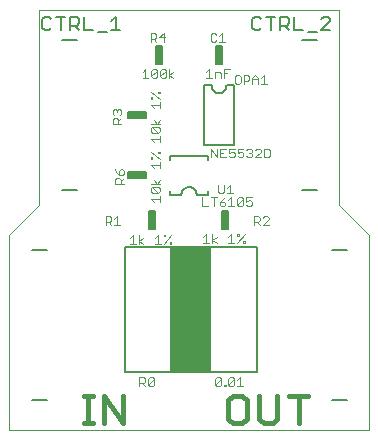
<source format=gto>
G75*
%MOIN*%
%OFA0B0*%
%FSLAX24Y24*%
%IPPOS*%
%LPD*%
%AMOC8*
5,1,8,0,0,1.08239X$1,22.5*
%
%ADD10C,0.0000*%
%ADD11C,0.0050*%
%ADD12C,0.0030*%
%ADD13C,0.0080*%
%ADD14C,0.0170*%
D10*
X000160Y000660D02*
X000160Y007160D01*
X001160Y008160D01*
X001160Y014660D01*
X011160Y014660D01*
X011160Y008160D01*
X012160Y007160D01*
X012160Y000660D01*
X000160Y000660D01*
D11*
X004012Y002609D02*
X008410Y002609D01*
X008410Y006760D01*
X004012Y006760D01*
X004012Y002609D01*
X005560Y002610D02*
X006860Y002610D01*
X006860Y006760D01*
X005560Y006760D01*
X005560Y002610D01*
X005560Y002649D02*
X006860Y002649D01*
X006860Y002697D02*
X005560Y002697D01*
X005560Y002746D02*
X006860Y002746D01*
X006860Y002794D02*
X005560Y002794D01*
X005560Y002843D02*
X006860Y002843D01*
X006860Y002891D02*
X005560Y002891D01*
X005560Y002940D02*
X006860Y002940D01*
X006860Y002988D02*
X005560Y002988D01*
X005560Y003037D02*
X006860Y003037D01*
X006860Y003085D02*
X005560Y003085D01*
X005560Y003134D02*
X006860Y003134D01*
X006860Y003182D02*
X005560Y003182D01*
X005560Y003231D02*
X006860Y003231D01*
X006860Y003279D02*
X005560Y003279D01*
X005560Y003328D02*
X006860Y003328D01*
X006860Y003376D02*
X005560Y003376D01*
X005560Y003425D02*
X006860Y003425D01*
X006860Y003473D02*
X005560Y003473D01*
X005560Y003522D02*
X006860Y003522D01*
X006860Y003570D02*
X005560Y003570D01*
X005560Y003619D02*
X006860Y003619D01*
X006860Y003667D02*
X005560Y003667D01*
X005560Y003716D02*
X006860Y003716D01*
X006860Y003764D02*
X005560Y003764D01*
X005560Y003813D02*
X006860Y003813D01*
X006860Y003861D02*
X005560Y003861D01*
X005560Y003910D02*
X006860Y003910D01*
X006860Y003958D02*
X005560Y003958D01*
X005560Y004007D02*
X006860Y004007D01*
X006860Y004055D02*
X005560Y004055D01*
X005560Y004104D02*
X006860Y004104D01*
X006860Y004152D02*
X005560Y004152D01*
X005560Y004201D02*
X006860Y004201D01*
X006860Y004249D02*
X005560Y004249D01*
X005560Y004298D02*
X006860Y004298D01*
X006860Y004346D02*
X005560Y004346D01*
X005560Y004395D02*
X006860Y004395D01*
X006860Y004443D02*
X005560Y004443D01*
X005560Y004492D02*
X006860Y004492D01*
X006860Y004540D02*
X005560Y004540D01*
X005560Y004589D02*
X006860Y004589D01*
X006860Y004637D02*
X005560Y004637D01*
X005560Y004686D02*
X006860Y004686D01*
X006860Y004734D02*
X005560Y004734D01*
X005560Y004783D02*
X006860Y004783D01*
X006860Y004831D02*
X005560Y004831D01*
X005560Y004880D02*
X006860Y004880D01*
X006860Y004928D02*
X005560Y004928D01*
X005560Y004977D02*
X006860Y004977D01*
X006860Y005025D02*
X005560Y005025D01*
X005560Y005074D02*
X006860Y005074D01*
X006860Y005122D02*
X005560Y005122D01*
X005560Y005171D02*
X006860Y005171D01*
X006860Y005219D02*
X005560Y005219D01*
X005560Y005268D02*
X006860Y005268D01*
X006860Y005316D02*
X005560Y005316D01*
X005560Y005365D02*
X006860Y005365D01*
X006860Y005413D02*
X005560Y005413D01*
X005560Y005462D02*
X006860Y005462D01*
X006860Y005510D02*
X005560Y005510D01*
X005560Y005559D02*
X006860Y005559D01*
X006860Y005607D02*
X005560Y005607D01*
X005560Y005656D02*
X006860Y005656D01*
X006860Y005704D02*
X005560Y005704D01*
X005560Y005753D02*
X006860Y005753D01*
X006860Y005801D02*
X005560Y005801D01*
X005560Y005850D02*
X006860Y005850D01*
X006860Y005898D02*
X005560Y005898D01*
X005560Y005947D02*
X006860Y005947D01*
X006860Y005995D02*
X005560Y005995D01*
X005560Y006044D02*
X006860Y006044D01*
X006860Y006092D02*
X005560Y006092D01*
X005560Y006141D02*
X006860Y006141D01*
X006860Y006189D02*
X005560Y006189D01*
X005560Y006238D02*
X006860Y006238D01*
X006860Y006286D02*
X005560Y006286D01*
X005560Y006335D02*
X006860Y006335D01*
X006860Y006383D02*
X005560Y006383D01*
X005560Y006432D02*
X006860Y006432D01*
X006860Y006480D02*
X005560Y006480D01*
X005560Y006529D02*
X006860Y006529D01*
X006860Y006577D02*
X005560Y006577D01*
X005560Y006626D02*
X006860Y006626D01*
X006860Y006674D02*
X005560Y006674D01*
X005560Y006723D02*
X006860Y006723D01*
X007260Y007360D02*
X007260Y007960D01*
X007460Y007960D01*
X007460Y007360D01*
X007260Y007360D01*
X007260Y007402D02*
X007460Y007402D01*
X007460Y007450D02*
X007260Y007450D01*
X007260Y007499D02*
X007460Y007499D01*
X007460Y007547D02*
X007260Y007547D01*
X007260Y007596D02*
X007460Y007596D01*
X007460Y007644D02*
X007260Y007644D01*
X007260Y007693D02*
X007460Y007693D01*
X007460Y007741D02*
X007260Y007741D01*
X007260Y007790D02*
X007460Y007790D01*
X007460Y007838D02*
X007260Y007838D01*
X007260Y007887D02*
X007460Y007887D01*
X007460Y007935D02*
X007260Y007935D01*
X006800Y008520D02*
X006416Y008520D01*
X006414Y008551D01*
X006409Y008581D01*
X006399Y008611D01*
X006387Y008639D01*
X006371Y008665D01*
X006352Y008690D01*
X006330Y008712D01*
X006305Y008731D01*
X006279Y008747D01*
X006251Y008759D01*
X006221Y008769D01*
X006191Y008774D01*
X006160Y008776D01*
X006129Y008774D01*
X006099Y008769D01*
X006069Y008759D01*
X006041Y008747D01*
X006015Y008731D01*
X005990Y008712D01*
X005968Y008690D01*
X005949Y008665D01*
X005933Y008639D01*
X005921Y008611D01*
X005911Y008581D01*
X005906Y008551D01*
X005904Y008520D01*
X005520Y008520D01*
X005520Y008648D01*
X005010Y007960D02*
X004810Y007960D01*
X004810Y007360D01*
X005010Y007360D01*
X005010Y007960D01*
X005010Y007935D02*
X004810Y007935D01*
X004810Y007887D02*
X005010Y007887D01*
X005010Y007838D02*
X004810Y007838D01*
X004810Y007790D02*
X005010Y007790D01*
X005010Y007741D02*
X004810Y007741D01*
X004810Y007693D02*
X005010Y007693D01*
X005010Y007644D02*
X004810Y007644D01*
X004810Y007596D02*
X005010Y007596D01*
X005010Y007547D02*
X004810Y007547D01*
X004810Y007499D02*
X005010Y007499D01*
X005010Y007450D02*
X004810Y007450D01*
X004810Y007402D02*
X005010Y007402D01*
X006160Y006760D02*
X006160Y002610D01*
X006800Y008520D02*
X006800Y008648D01*
X006800Y009672D02*
X006800Y009800D01*
X005520Y009800D01*
X005520Y009672D01*
X004710Y009260D02*
X004710Y009060D01*
X004110Y009060D01*
X004110Y009260D01*
X004710Y009260D01*
X004710Y009245D02*
X004110Y009245D01*
X004110Y009196D02*
X004710Y009196D01*
X004710Y009148D02*
X004110Y009148D01*
X004110Y009099D02*
X004710Y009099D01*
X004710Y011060D02*
X004110Y011060D01*
X004110Y011260D01*
X004710Y011260D01*
X004710Y011060D01*
X004710Y011088D02*
X004110Y011088D01*
X004110Y011136D02*
X004710Y011136D01*
X004710Y011185D02*
X004110Y011185D01*
X004110Y011233D02*
X004710Y011233D01*
X005060Y012860D02*
X005060Y013460D01*
X005260Y013460D01*
X005260Y012860D01*
X005060Y012860D01*
X005060Y012882D02*
X005260Y012882D01*
X005260Y012931D02*
X005060Y012931D01*
X005060Y012979D02*
X005260Y012979D01*
X005260Y013028D02*
X005060Y013028D01*
X005060Y013076D02*
X005260Y013076D01*
X005260Y013125D02*
X005060Y013125D01*
X005060Y013173D02*
X005260Y013173D01*
X005260Y013222D02*
X005060Y013222D01*
X005060Y013270D02*
X005260Y013270D01*
X005260Y013319D02*
X005060Y013319D01*
X005060Y013367D02*
X005260Y013367D01*
X005260Y013416D02*
X005060Y013416D01*
X003876Y014005D02*
X003576Y014005D01*
X003726Y014005D02*
X003726Y014455D01*
X003576Y014305D01*
X003416Y013930D02*
X003115Y013930D01*
X002955Y014005D02*
X002655Y014005D01*
X002655Y014455D01*
X002495Y014380D02*
X002495Y014230D01*
X002420Y014155D01*
X002195Y014155D01*
X002195Y014005D02*
X002195Y014455D01*
X002420Y014455D01*
X002495Y014380D01*
X002345Y014155D02*
X002495Y014005D01*
X002034Y014455D02*
X001734Y014455D01*
X001884Y014455D02*
X001884Y014005D01*
X001574Y014080D02*
X001499Y014005D01*
X001349Y014005D01*
X001274Y014080D01*
X001274Y014380D01*
X001349Y014455D01*
X001499Y014455D01*
X001574Y014380D01*
X006660Y012160D02*
X006660Y010160D01*
X007660Y010160D01*
X007660Y012160D01*
X007410Y012160D01*
X007408Y012130D01*
X007403Y012100D01*
X007394Y012071D01*
X007381Y012044D01*
X007366Y012018D01*
X007347Y011994D01*
X007326Y011973D01*
X007302Y011954D01*
X007276Y011939D01*
X007249Y011926D01*
X007220Y011917D01*
X007190Y011912D01*
X007160Y011910D01*
X007130Y011912D01*
X007100Y011917D01*
X007071Y011926D01*
X007044Y011939D01*
X007018Y011954D01*
X006994Y011973D01*
X006973Y011994D01*
X006954Y012018D01*
X006939Y012044D01*
X006926Y012071D01*
X006917Y012100D01*
X006912Y012130D01*
X006910Y012160D01*
X006660Y012160D01*
X007060Y012860D02*
X007060Y013460D01*
X007260Y013460D01*
X007260Y012860D01*
X007060Y012860D01*
X007060Y012882D02*
X007260Y012882D01*
X007260Y012931D02*
X007060Y012931D01*
X007060Y012979D02*
X007260Y012979D01*
X007260Y013028D02*
X007060Y013028D01*
X007060Y013076D02*
X007260Y013076D01*
X007260Y013125D02*
X007060Y013125D01*
X007060Y013173D02*
X007260Y013173D01*
X007260Y013222D02*
X007060Y013222D01*
X007060Y013270D02*
X007260Y013270D01*
X007260Y013319D02*
X007060Y013319D01*
X007060Y013367D02*
X007260Y013367D01*
X007260Y013416D02*
X007060Y013416D01*
X008274Y014080D02*
X008349Y014005D01*
X008499Y014005D01*
X008574Y014080D01*
X008274Y014080D02*
X008274Y014380D01*
X008349Y014455D01*
X008499Y014455D01*
X008574Y014380D01*
X008734Y014455D02*
X009034Y014455D01*
X008884Y014455D02*
X008884Y014005D01*
X009195Y014005D02*
X009195Y014455D01*
X009420Y014455D01*
X009495Y014380D01*
X009495Y014230D01*
X009420Y014155D01*
X009195Y014155D01*
X009345Y014155D02*
X009495Y014005D01*
X009655Y014005D02*
X009955Y014005D01*
X010115Y013930D02*
X010416Y013930D01*
X010576Y014005D02*
X010876Y014305D01*
X010876Y014380D01*
X010801Y014455D01*
X010651Y014455D01*
X010576Y014380D01*
X010576Y014005D02*
X010876Y014005D01*
X009655Y014005D02*
X009655Y014455D01*
D12*
X008666Y012505D02*
X008666Y012215D01*
X008570Y012215D02*
X008763Y012215D01*
X008570Y012408D02*
X008666Y012505D01*
X008468Y012408D02*
X008468Y012215D01*
X008468Y012360D02*
X008275Y012360D01*
X008275Y012408D02*
X008372Y012505D01*
X008468Y012408D01*
X008275Y012408D02*
X008275Y012215D01*
X008174Y012360D02*
X008125Y012312D01*
X007980Y012312D01*
X007980Y012215D02*
X007980Y012505D01*
X008125Y012505D01*
X008174Y012457D01*
X008174Y012360D01*
X007879Y012263D02*
X007879Y012457D01*
X007831Y012505D01*
X007734Y012505D01*
X007686Y012457D01*
X007686Y012263D01*
X007734Y012215D01*
X007831Y012215D01*
X007879Y012263D01*
X007419Y012560D02*
X007322Y012560D01*
X007221Y012560D02*
X007221Y012415D01*
X007322Y012415D02*
X007322Y012705D01*
X007516Y012705D01*
X007221Y012560D02*
X007173Y012608D01*
X007028Y012608D01*
X007028Y012415D01*
X006927Y012415D02*
X006733Y012415D01*
X006830Y012415D02*
X006830Y012705D01*
X006733Y012608D01*
X006929Y013615D02*
X007025Y013615D01*
X007074Y013663D01*
X007175Y013615D02*
X007368Y013615D01*
X007272Y013615D02*
X007272Y013905D01*
X007175Y013808D01*
X007074Y013857D02*
X007025Y013905D01*
X006929Y013905D01*
X006880Y013857D01*
X006880Y013663D01*
X006929Y013615D01*
X005639Y012608D02*
X005494Y012512D01*
X005639Y012415D01*
X005494Y012415D02*
X005494Y012705D01*
X005393Y012657D02*
X005200Y012463D01*
X005248Y012415D01*
X005345Y012415D01*
X005393Y012463D01*
X005393Y012657D01*
X005345Y012705D01*
X005248Y012705D01*
X005200Y012657D01*
X005200Y012463D01*
X005098Y012463D02*
X005050Y012415D01*
X004953Y012415D01*
X004905Y012463D01*
X005098Y012657D01*
X005098Y012463D01*
X004905Y012463D02*
X004905Y012657D01*
X004953Y012705D01*
X005050Y012705D01*
X005098Y012657D01*
X004804Y012415D02*
X004610Y012415D01*
X004707Y012415D02*
X004707Y012705D01*
X004610Y012608D01*
X004890Y011957D02*
X005180Y011715D01*
X005180Y011614D02*
X005180Y011421D01*
X005180Y011517D02*
X004890Y011517D01*
X004987Y011421D01*
X004938Y011715D02*
X004890Y011715D01*
X004890Y011764D01*
X004938Y011764D01*
X004938Y011715D01*
X005132Y011909D02*
X005132Y011957D01*
X005180Y011957D01*
X005180Y011909D01*
X005132Y011909D01*
X005180Y011025D02*
X005083Y010880D01*
X004987Y011025D01*
X004890Y010880D02*
X005180Y010880D01*
X005132Y010779D02*
X005180Y010731D01*
X005180Y010634D01*
X005132Y010586D01*
X004938Y010779D01*
X005132Y010779D01*
X005132Y010586D02*
X004938Y010586D01*
X004890Y010634D01*
X004890Y010731D01*
X004938Y010779D01*
X005180Y010485D02*
X005180Y010291D01*
X005180Y010388D02*
X004890Y010388D01*
X004987Y010291D01*
X004890Y009957D02*
X005180Y009715D01*
X005180Y009614D02*
X005180Y009421D01*
X005180Y009517D02*
X004890Y009517D01*
X004987Y009421D01*
X004938Y009715D02*
X004890Y009715D01*
X004890Y009764D01*
X004938Y009764D01*
X004938Y009715D01*
X005132Y009909D02*
X005132Y009957D01*
X005180Y009957D01*
X005180Y009909D01*
X005132Y009909D01*
X005180Y009025D02*
X005083Y008880D01*
X004987Y009025D01*
X004890Y008880D02*
X005180Y008880D01*
X005132Y008779D02*
X005180Y008731D01*
X005180Y008634D01*
X005132Y008586D01*
X004938Y008779D01*
X005132Y008779D01*
X004938Y008779D02*
X004890Y008731D01*
X004890Y008634D01*
X004938Y008586D01*
X005132Y008586D01*
X005180Y008485D02*
X005180Y008291D01*
X005180Y008388D02*
X004890Y008388D01*
X004987Y008291D01*
X005120Y007180D02*
X005120Y006890D01*
X005023Y006890D02*
X005217Y006890D01*
X005318Y006890D02*
X005560Y007180D01*
X005366Y007180D02*
X005366Y007132D01*
X005318Y007132D01*
X005318Y007180D01*
X005366Y007180D01*
X005120Y007180D02*
X005023Y007083D01*
X004628Y007083D02*
X004483Y006987D01*
X004628Y006890D01*
X004483Y006890D02*
X004483Y007180D01*
X004285Y007180D02*
X004285Y006890D01*
X004188Y006890D02*
X004382Y006890D01*
X004188Y007083D02*
X004285Y007180D01*
X003868Y007515D02*
X003675Y007515D01*
X003772Y007515D02*
X003772Y007805D01*
X003675Y007708D01*
X003574Y007660D02*
X003525Y007612D01*
X003380Y007612D01*
X003380Y007515D02*
X003380Y007805D01*
X003525Y007805D01*
X003574Y007757D01*
X003574Y007660D01*
X003477Y007612D02*
X003574Y007515D01*
X003690Y008880D02*
X003690Y009025D01*
X003738Y009074D01*
X003835Y009074D01*
X003883Y009025D01*
X003883Y008880D01*
X003980Y008880D02*
X003690Y008880D01*
X003883Y008977D02*
X003980Y009074D01*
X003932Y009175D02*
X003980Y009223D01*
X003980Y009320D01*
X003932Y009368D01*
X003883Y009368D01*
X003835Y009320D01*
X003835Y009175D01*
X003932Y009175D01*
X003835Y009175D02*
X003738Y009272D01*
X003690Y009368D01*
X003615Y010880D02*
X003615Y011025D01*
X003663Y011074D01*
X003760Y011074D01*
X003808Y011025D01*
X003808Y010880D01*
X003905Y010880D02*
X003615Y010880D01*
X003808Y010977D02*
X003905Y011074D01*
X003857Y011175D02*
X003905Y011223D01*
X003905Y011320D01*
X003857Y011368D01*
X003808Y011368D01*
X003760Y011320D01*
X003760Y011272D01*
X003760Y011320D02*
X003712Y011368D01*
X003663Y011368D01*
X003615Y011320D01*
X003615Y011223D01*
X003663Y011175D01*
X004880Y013615D02*
X004880Y013905D01*
X005025Y013905D01*
X005074Y013857D01*
X005074Y013760D01*
X005025Y013712D01*
X004880Y013712D01*
X004977Y013712D02*
X005074Y013615D01*
X005175Y013760D02*
X005368Y013760D01*
X005320Y013615D02*
X005320Y013905D01*
X005175Y013760D01*
X006894Y010055D02*
X007087Y009765D01*
X007087Y010055D01*
X007188Y010055D02*
X007188Y009765D01*
X007382Y009765D01*
X007483Y009813D02*
X007531Y009765D01*
X007628Y009765D01*
X007677Y009813D01*
X007677Y009910D01*
X007628Y009958D01*
X007580Y009958D01*
X007483Y009910D01*
X007483Y010055D01*
X007677Y010055D01*
X007778Y010055D02*
X007778Y009910D01*
X007874Y009958D01*
X007923Y009958D01*
X007971Y009910D01*
X007971Y009813D01*
X007923Y009765D01*
X007826Y009765D01*
X007778Y009813D01*
X007778Y010055D02*
X007971Y010055D01*
X008072Y010007D02*
X008121Y010055D01*
X008217Y010055D01*
X008266Y010007D01*
X008266Y009958D01*
X008217Y009910D01*
X008266Y009862D01*
X008266Y009813D01*
X008217Y009765D01*
X008121Y009765D01*
X008072Y009813D01*
X008169Y009910D02*
X008217Y009910D01*
X008367Y010007D02*
X008415Y010055D01*
X008512Y010055D01*
X008560Y010007D01*
X008560Y009958D01*
X008367Y009765D01*
X008560Y009765D01*
X008662Y009765D02*
X008807Y009765D01*
X008855Y009813D01*
X008855Y010007D01*
X008807Y010055D01*
X008662Y010055D01*
X008662Y009765D01*
X008258Y008430D02*
X008064Y008430D01*
X008064Y008285D01*
X008161Y008333D01*
X008209Y008333D01*
X008258Y008285D01*
X008258Y008188D01*
X008209Y008140D01*
X008113Y008140D01*
X008064Y008188D01*
X007963Y008188D02*
X007915Y008140D01*
X007818Y008140D01*
X007770Y008188D01*
X007963Y008382D01*
X007963Y008188D01*
X007770Y008188D02*
X007770Y008382D01*
X007818Y008430D01*
X007915Y008430D01*
X007963Y008382D01*
X007668Y008140D02*
X007475Y008140D01*
X007572Y008140D02*
X007572Y008430D01*
X007475Y008333D01*
X007374Y008237D02*
X007325Y008285D01*
X007180Y008285D01*
X007180Y008188D01*
X007229Y008140D01*
X007325Y008140D01*
X007374Y008188D01*
X007374Y008237D01*
X007277Y008382D02*
X007180Y008285D01*
X007277Y008382D02*
X007374Y008430D01*
X007425Y008565D02*
X007618Y008565D01*
X007522Y008565D02*
X007522Y008855D01*
X007425Y008758D01*
X007324Y008855D02*
X007324Y008613D01*
X007275Y008565D01*
X007179Y008565D01*
X007130Y008613D01*
X007130Y008855D01*
X007079Y008430D02*
X006886Y008430D01*
X006982Y008430D02*
X006982Y008140D01*
X006785Y008140D02*
X006591Y008140D01*
X006591Y008430D01*
X006735Y007205D02*
X006735Y006915D01*
X006638Y006915D02*
X006832Y006915D01*
X006933Y006915D02*
X006933Y007205D01*
X007078Y007108D02*
X006933Y007012D01*
X007078Y006915D01*
X007473Y006915D02*
X007667Y006915D01*
X007570Y006915D02*
X007570Y007205D01*
X007473Y007108D01*
X007768Y007157D02*
X007768Y007205D01*
X007816Y007205D01*
X007816Y007157D01*
X007768Y007157D01*
X007768Y006915D02*
X008010Y007205D01*
X008010Y006963D02*
X007961Y006963D01*
X007961Y006915D01*
X008010Y006915D01*
X008010Y006963D01*
X008330Y007515D02*
X008330Y007805D01*
X008475Y007805D01*
X008524Y007757D01*
X008524Y007660D01*
X008475Y007612D01*
X008330Y007612D01*
X008427Y007612D02*
X008524Y007515D01*
X008625Y007515D02*
X008818Y007708D01*
X008818Y007757D01*
X008770Y007805D01*
X008673Y007805D01*
X008625Y007757D01*
X008625Y007515D02*
X008818Y007515D01*
X007285Y009910D02*
X007188Y009910D01*
X007188Y010055D02*
X007382Y010055D01*
X006894Y010055D02*
X006894Y009765D01*
X006735Y007205D02*
X006638Y007108D01*
X005560Y006938D02*
X005560Y006890D01*
X005511Y006890D01*
X005511Y006938D01*
X005560Y006938D01*
X004945Y002430D02*
X004848Y002430D01*
X004800Y002382D01*
X004800Y002188D01*
X004993Y002382D01*
X004993Y002188D01*
X004945Y002140D01*
X004848Y002140D01*
X004800Y002188D01*
X004699Y002140D02*
X004602Y002237D01*
X004650Y002237D02*
X004505Y002237D01*
X004505Y002140D02*
X004505Y002430D01*
X004650Y002430D01*
X004699Y002382D01*
X004699Y002285D01*
X004650Y002237D01*
X004945Y002430D02*
X004993Y002382D01*
X007034Y002382D02*
X007034Y002188D01*
X007228Y002382D01*
X007228Y002188D01*
X007179Y002140D01*
X007083Y002140D01*
X007034Y002188D01*
X007034Y002382D02*
X007083Y002430D01*
X007179Y002430D01*
X007228Y002382D01*
X007329Y002188D02*
X007377Y002188D01*
X007377Y002140D01*
X007329Y002140D01*
X007329Y002188D01*
X007476Y002188D02*
X007670Y002382D01*
X007670Y002188D01*
X007621Y002140D01*
X007525Y002140D01*
X007476Y002188D01*
X007476Y002382D01*
X007525Y002430D01*
X007621Y002430D01*
X007670Y002382D01*
X007771Y002333D02*
X007868Y002430D01*
X007868Y002140D01*
X007964Y002140D02*
X007771Y002140D01*
D13*
X010910Y001660D02*
X011410Y001660D01*
X011410Y006660D02*
X010910Y006660D01*
X010410Y008660D02*
X009910Y008660D01*
X009910Y013660D02*
X010410Y013660D01*
X002410Y013660D02*
X001910Y013660D01*
X001910Y008660D02*
X002410Y008660D01*
X001410Y006660D02*
X000910Y006660D01*
X000910Y001660D02*
X001410Y001660D01*
D14*
X002651Y001826D02*
X002961Y001826D01*
X002806Y001826D02*
X002806Y000895D01*
X002651Y000895D02*
X002961Y000895D01*
X003326Y000895D02*
X003326Y001826D01*
X003947Y000895D01*
X003947Y001826D01*
X007476Y001671D02*
X007476Y001050D01*
X007631Y000895D01*
X007941Y000895D01*
X008096Y001050D01*
X008096Y001671D01*
X007941Y001826D01*
X007631Y001826D01*
X007476Y001671D01*
X008489Y001826D02*
X008489Y001050D01*
X008644Y000895D01*
X008954Y000895D01*
X009109Y001050D01*
X009109Y001826D01*
X009501Y001826D02*
X010122Y001826D01*
X009812Y001826D02*
X009812Y000895D01*
M02*

</source>
